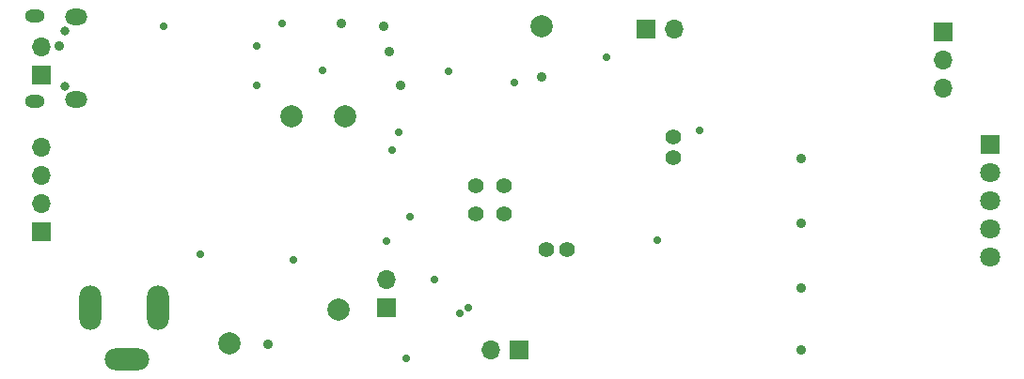
<source format=gbr>
%TF.GenerationSoftware,KiCad,Pcbnew,7.0.2*%
%TF.CreationDate,2023-04-22T18:48:38+01:00*%
%TF.ProjectId,zigbee-led-controller,7a696762-6565-42d6-9c65-642d636f6e74,1*%
%TF.SameCoordinates,Original*%
%TF.FileFunction,Soldermask,Bot*%
%TF.FilePolarity,Negative*%
%FSLAX46Y46*%
G04 Gerber Fmt 4.6, Leading zero omitted, Abs format (unit mm)*
G04 Created by KiCad (PCBNEW 7.0.2) date 2023-04-22 18:48:38*
%MOMM*%
%LPD*%
G01*
G04 APERTURE LIST*
%ADD10R,1.700000X1.700000*%
%ADD11O,1.700000X1.700000*%
%ADD12C,2.000000*%
%ADD13O,0.800000X0.800000*%
%ADD14O,1.800000X1.150000*%
%ADD15O,2.000000X1.450000*%
%ADD16R,1.800000X1.800000*%
%ADD17C,1.800000*%
%ADD18C,1.397000*%
%ADD19O,2.000000X4.000000*%
%ADD20O,4.000000X2.000000*%
%ADD21C,0.900000*%
%ADD22C,0.700000*%
G04 APERTURE END LIST*
D10*
%TO.C,JP2*%
X120016100Y-36068000D03*
D11*
X120016100Y-38608000D03*
X120016100Y-41148000D03*
%TD*%
D12*
%TO.C,SCL*%
X61342100Y-43688000D03*
%TD*%
%TO.C,SDA*%
X66144600Y-43688000D03*
%TD*%
D10*
%TO.C,J2*%
X93218000Y-35814000D03*
D11*
X95758000Y-35814000D03*
%TD*%
D13*
%TO.C,J6*%
X40908100Y-35956000D03*
X40908100Y-40956000D03*
D14*
X38158100Y-34581000D03*
D15*
X41958100Y-34731000D03*
X41958100Y-42181000D03*
D14*
X38158100Y-42331000D03*
%TD*%
D10*
%TO.C,J3*%
X38793100Y-54092000D03*
D11*
X38793100Y-51552000D03*
X38793100Y-49012000D03*
X38793100Y-46472000D03*
%TD*%
D16*
%TO.C,J4*%
X124206000Y-46228000D03*
D17*
X124206000Y-48768000D03*
X124206000Y-51308000D03*
X124206000Y-53848000D03*
X124206000Y-56388000D03*
%TD*%
D12*
%TO.C,GND*%
X55727600Y-64135000D03*
%TD*%
D10*
%TO.C,JP1*%
X69824600Y-60960000D03*
D11*
X69824600Y-58420000D03*
%TD*%
D12*
%TO.C,3v3*%
X83820000Y-35560000D03*
%TD*%
D10*
%TO.C,J1*%
X81793000Y-64770000D03*
D11*
X79253000Y-64770000D03*
%TD*%
D18*
%TO.C,U2*%
X77889513Y-52497640D03*
X77889513Y-49957640D03*
X80429513Y-52497640D03*
X80429513Y-49957640D03*
X86144513Y-55672640D03*
X84239513Y-55672640D03*
X95669513Y-47417640D03*
X95669513Y-45512640D03*
%TD*%
D10*
%TO.C,J5*%
X38793100Y-39920000D03*
D11*
X38793100Y-37380000D03*
%TD*%
D19*
%TO.C,J7*%
X49254600Y-60960000D03*
D20*
X46454600Y-65560000D03*
D19*
X43154600Y-60960000D03*
%TD*%
D12*
%TO.C,5V*%
X65506600Y-61087000D03*
%TD*%
D21*
X69596000Y-35560000D03*
X83820000Y-40132000D03*
X65786000Y-35306000D03*
X71120000Y-40894000D03*
X70104000Y-37846000D03*
D22*
X89662000Y-38354000D03*
D21*
X107188000Y-53340000D03*
D22*
X71628000Y-65532000D03*
D21*
X107188000Y-59182000D03*
X59182000Y-64262000D03*
D22*
X81381513Y-40640000D03*
X58166000Y-40894000D03*
X58166000Y-37338000D03*
D21*
X107188000Y-47498000D03*
D22*
X60452000Y-35306000D03*
D21*
X107188000Y-64770000D03*
D22*
X58166000Y-37338000D03*
X75438000Y-39624000D03*
X53086000Y-56134000D03*
X61468000Y-56642000D03*
X77216000Y-60960000D03*
X76454000Y-61468000D03*
X94234000Y-54864000D03*
X98044000Y-44958000D03*
X72009000Y-52705000D03*
X69824600Y-54889400D03*
D21*
X40386000Y-37338000D03*
D22*
X49784000Y-35560000D03*
X70358000Y-46736000D03*
X70358000Y-46736000D03*
X64135000Y-39497000D03*
X70993000Y-45085000D03*
X74168000Y-58420000D03*
M02*

</source>
